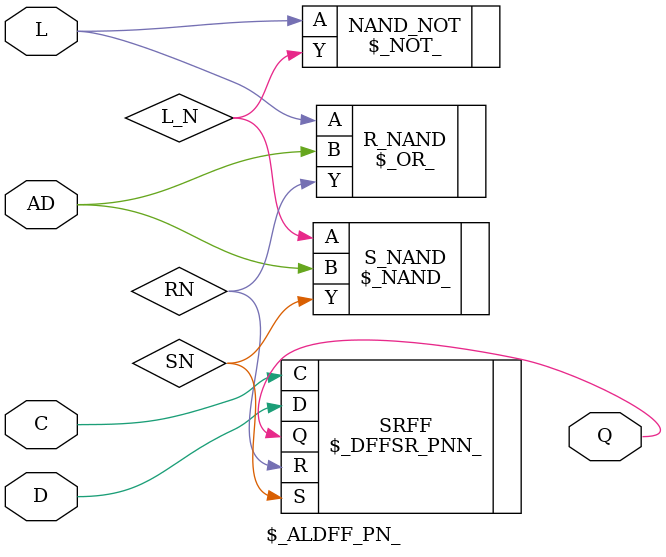
<source format=v>



module \$_ALDFF_PN_ (D, C, L, AD, Q);
input D, C, L, AD;
output reg Q;

wire RN, SN;
wire L_N;

\$_OR_ R_NAND ( .Y(RN), .A(L), .B(AD) );
\$_NOT_ NAND_NOT ( .A(L), .Y(L_N));
\$_NAND_ S_NAND ( .Y(SN), .A(L_N), .B(AD) );

\$_DFFSR_PNN_ SRFF (.C(C), 
    .S(SN), 
    .R(RN), 
    .D(D), 
    .Q(Q)
);

endmodule

</source>
